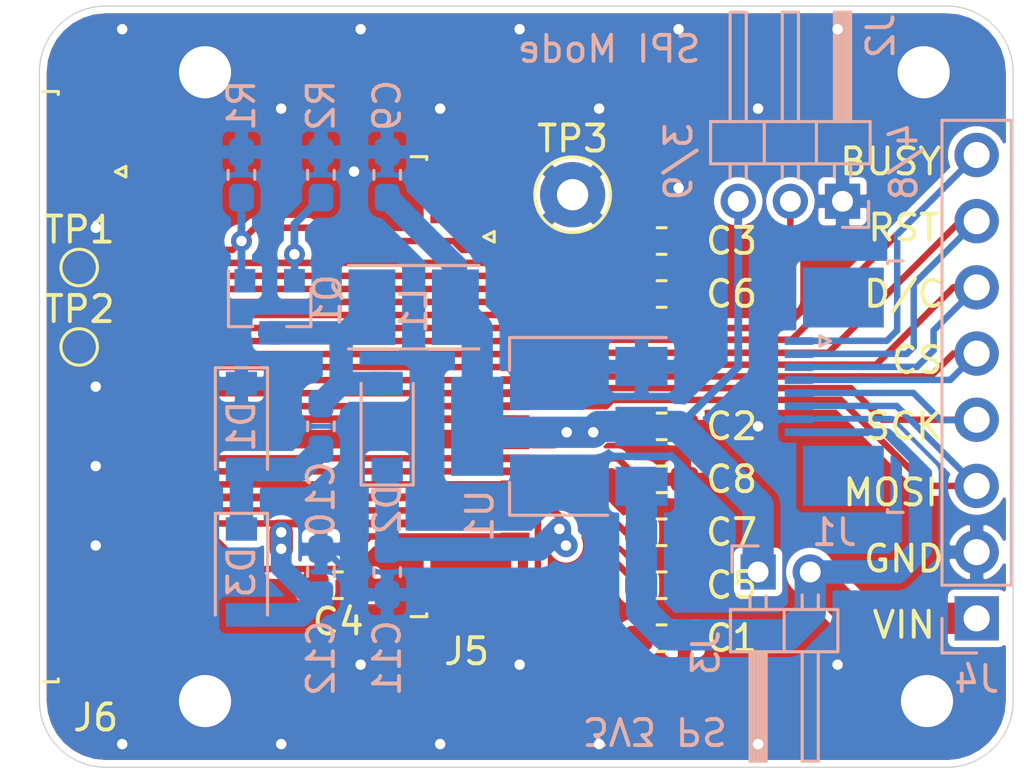
<source format=kicad_pcb>
(kicad_pcb (version 20171130) (host pcbnew "(5.1.6)-1")
  (layers (0 F.Cu signal) (31 B.Cu signal) (34 B.Paste user) (35 F.Paste user hide) (36 B.SilkS user) (37 F.SilkS user) (38 B.Mask user) (39 F.Mask user hide) (44 Edge.Cuts user))
  (net 0 "")
  (net 1 GND)
  (net 2 "Net-(C1-Pad1)")
  (net 3 +3V3)
  (net 4 "Net-(C3-Pad1)")
  (net 5 "Net-(C4-Pad1)")
  (net 6 "Net-(C5-Pad1)")
  (net 7 "Net-(C6-Pad1)")
  (net 8 "Net-(C7-Pad1)")
  (net 9 "Net-(C8-Pad1)")
  (net 10 "Net-(C10-Pad2)")
  (net 11 "Net-(C10-Pad1)")
  (net 12 /PREVGH)
  (net 13 /PREVGL)
  (net 14 /VIN)
  (net 15 /MOSI)
  (net 16 /SCK)
  (net 17 /CS)
  (net 18 /D\C)
  (net 19 /RST)
  (net 20 /BUSY)
  (net 21 /BS1)
  (net 22 "Net-(J5-Pad1)")
  (net 23 /GDR)
  (net 24 /RESE)
  (net 25 "Net-(J5-Pad6)")
  (net 26 "Net-(J5-Pad7)")
  (net 27 "Net-(J6-Pad1)")
  (net 28 "Net-(J6-Pad2)")
  (net 29 "Net-(J6-Pad3)")
  (net 30 "Net-(J6-Pad4)")
  (net 31 "Net-(J6-Pad5)")
  (net 32 "Net-(J6-Pad30)")
  (net 33 "Net-(J6-Pad31)")
  (net 34 "Net-(J6-Pad32)")
  (net 35 "Net-(J6-Pad33)")
  (net 36 "Net-(J6-Pad34)")
  (net 37 "Net-(J6-Pad6)")
  (module Resistor_SMD:R_0603_1608Metric_Pad1.05x0.95mm_HandSolder (layer B.Cu) (at 111.252 89.408 90)
    (fp_text reference R2 (at 2.667 0 90) (layer B.SilkS) (effects (justify mirror)))
    (fp_text value 0.47)
    (pad 2 smd roundrect (at 0.875 0 90) (size 1.05 0.95) (layers B.Cu B.Paste B.Mask) (net 1 GND))
    (pad 1 smd roundrect (at -0.875 0 90) (size 1.05 0.95) (layers B.Cu B.Paste B.Mask) (net 24 /RESE))
  )
  (module Resistor_SMD:R_0603_1608Metric_Pad1.05x0.95mm_HandSolder (layer B.Cu) (at 108.204 89.408 90)
    (fp_text reference R1 (at 2.667 0 90) (layer B.SilkS) (effects (justify mirror)))
    (fp_text value 100k)
    (pad 2 smd roundrect (at 0.875 0 90) (size 1.05 0.95) (layers B.Cu B.Paste B.Mask) (net 1 GND))
    (pad 1 smd roundrect (at -0.875 0 90) (size 1.05 0.95) (layers B.Cu B.Paste B.Mask) (net 23 /GDR))
  )
  (module Connector_PinHeader_2.54mm:PinHeader_1x08_P2.54mm_Vertical (layer B.Cu) (at 136.398 106.426)
    (fp_text reference J4 (at 0 2.33) (layer B.SilkS) (effects (justify mirror)))
    (fp_text value Conn_01x08)
    (pad 1 thru_hole rect (at 0 0) (size 1.7 1.7) (drill 1) (layers *.Cu *.Mask) (net 14 /VIN))
    (pad 2 thru_hole oval (at 0 -2.54) (size 1.7 1.7) (drill 1) (layers *.Cu *.Mask) (net 1 GND))
    (pad 3 thru_hole oval (at 0 -5.08) (size 1.7 1.7) (drill 1) (layers *.Cu *.Mask) (net 15 /MOSI))
    (pad 4 thru_hole oval (at 0 -7.62) (size 1.7 1.7) (drill 1) (layers *.Cu *.Mask) (net 16 /SCK))
    (pad 5 thru_hole oval (at 0 -10.16) (size 1.7 1.7) (drill 1) (layers *.Cu *.Mask) (net 17 /CS))
    (pad 6 thru_hole oval (at 0 -12.7) (size 1.7 1.7) (drill 1) (layers *.Cu *.Mask) (net 18 /D\C))
    (pad 7 thru_hole oval (at 0 -15.24) (size 1.7 1.7) (drill 1) (layers *.Cu *.Mask) (net 19 /RST))
    (pad 8 thru_hole oval (at 0 -17.78) (size 1.7 1.7) (drill 1) (layers *.Cu *.Mask) (net 20 /BUSY))
  )
  (module Capacitor_SMD:C_0603_1608Metric_Pad1.05x0.95mm_HandSolder (layer F.Cu) (at 124.319 107.188)
    (fp_text reference C1 (at 2.681 0) (layer F.SilkS))
    (fp_text value 1u)
    (pad 2 smd roundrect (at 0.875 0) (size 1.05 0.95) (layers F.Cu F.Paste F.Mask) (net 1 GND))
    (pad 1 smd roundrect (at -0.875 0) (size 1.05 0.95) (layers F.Cu F.Paste F.Mask) (net 2 "Net-(C1-Pad1)"))
  )
  (module Capacitor_SMD:C_0603_1608Metric_Pad1.05x0.95mm_HandSolder (layer F.Cu) (at 124.319 99.06)
    (fp_text reference C2 (at 2.681 0) (layer F.SilkS))
    (fp_text value 1u)
    (pad 2 smd roundrect (at 0.875 0) (size 1.05 0.95) (layers F.Cu F.Paste F.Mask) (net 1 GND))
    (pad 1 smd roundrect (at -0.875 0) (size 1.05 0.95) (layers F.Cu F.Paste F.Mask) (net 3 +3V3))
  )
  (module Capacitor_SMD:C_0603_1608Metric_Pad1.05x0.95mm_HandSolder (layer F.Cu) (at 124.319 91.948)
    (fp_text reference C3 (at 2.681 0) (layer F.SilkS))
    (fp_text value 1u)
    (pad 2 smd roundrect (at 0.875 0) (size 1.05 0.95) (layers F.Cu F.Paste F.Mask) (net 1 GND))
    (pad 1 smd roundrect (at -0.875 0) (size 1.05 0.95) (layers F.Cu F.Paste F.Mask) (net 4 "Net-(C3-Pad1)"))
  )
  (module Capacitor_SMD:C_0603_1608Metric_Pad1.05x0.95mm_HandSolder (layer F.Cu) (at 111.901 105.156)
    (fp_text reference C4 (at 0.014 1.397) (layer F.SilkS))
    (fp_text value 1u)
    (pad 1 smd roundrect (at -0.875 0) (size 1.05 0.95) (layers F.Cu F.Paste F.Mask) (net 5 "Net-(C4-Pad1)"))
    (pad 2 smd roundrect (at 0.875 0) (size 1.05 0.95) (layers F.Cu F.Paste F.Mask) (net 1 GND))
  )
  (module Capacitor_SMD:C_0603_1608Metric_Pad1.05x0.95mm_HandSolder (layer F.Cu) (at 124.319 105.156)
    (fp_text reference C5 (at 2.681 0) (layer F.SilkS))
    (fp_text value 1u)
    (pad 2 smd roundrect (at 0.875 0) (size 1.05 0.95) (layers F.Cu F.Paste F.Mask) (net 1 GND))
    (pad 1 smd roundrect (at -0.875 0) (size 1.05 0.95) (layers F.Cu F.Paste F.Mask) (net 6 "Net-(C5-Pad1)"))
  )
  (module Capacitor_SMD:C_0603_1608Metric_Pad1.05x0.95mm_HandSolder (layer F.Cu) (at 124.319 93.98)
    (fp_text reference C6 (at 2.681 0) (layer F.SilkS))
    (fp_text value 1u)
    (pad 1 smd roundrect (at -0.875 0) (size 1.05 0.95) (layers F.Cu F.Paste F.Mask) (net 7 "Net-(C6-Pad1)"))
    (pad 2 smd roundrect (at 0.875 0) (size 1.05 0.95) (layers F.Cu F.Paste F.Mask) (net 1 GND))
  )
  (module Capacitor_SMD:C_0603_1608Metric_Pad1.05x0.95mm_HandSolder (layer F.Cu) (at 124.319 103.124)
    (fp_text reference C7 (at 2.681 0) (layer F.SilkS))
    (fp_text value 1u)
    (pad 1 smd roundrect (at -0.875 0) (size 1.05 0.95) (layers F.Cu F.Paste F.Mask) (net 8 "Net-(C7-Pad1)"))
    (pad 2 smd roundrect (at 0.875 0) (size 1.05 0.95) (layers F.Cu F.Paste F.Mask) (net 1 GND))
  )
  (module Capacitor_SMD:C_0603_1608Metric_Pad1.05x0.95mm_HandSolder (layer F.Cu) (at 124.319 101.092)
    (fp_text reference C8 (at 2.681 0) (layer F.SilkS))
    (fp_text value 1u)
    (pad 1 smd roundrect (at -0.875 0) (size 1.05 0.95) (layers F.Cu F.Paste F.Mask) (net 9 "Net-(C8-Pad1)"))
    (pad 2 smd roundrect (at 0.875 0) (size 1.05 0.95) (layers F.Cu F.Paste F.Mask) (net 1 GND))
  )
  (module Capacitor_SMD:C_0603_1608Metric_Pad1.05x0.95mm_HandSolder (layer B.Cu) (at 113.792 89.408 90)
    (fp_text reference C9 (at 2.667 0 90) (layer B.SilkS) (effects (justify mirror)))
    (fp_text value 10u)
    (pad 2 smd roundrect (at 0.875 0 90) (size 1.05 0.95) (layers B.Cu B.Paste B.Mask) (net 1 GND))
    (pad 1 smd roundrect (at -0.875 0 90) (size 1.05 0.95) (layers B.Cu B.Paste B.Mask) (net 3 +3V3))
  )
  (module Capacitor_SMD:C_0603_1608Metric_Pad1.05x0.95mm_HandSolder (layer B.Cu) (at 111.252 99.06 270)
    (fp_text reference C10 (at 2.794 0 90) (layer B.SilkS) (effects (justify mirror)))
    (fp_text value 1u)
    (pad 2 smd roundrect (at 0.875 0 270) (size 1.05 0.95) (layers B.Cu B.Paste B.Mask) (net 10 "Net-(C10-Pad2)"))
    (pad 1 smd roundrect (at -0.875 0 270) (size 1.05 0.95) (layers B.Cu B.Paste B.Mask) (net 11 "Net-(C10-Pad1)"))
  )
  (module Capacitor_SMD:C_0603_1608Metric_Pad1.05x0.95mm_HandSolder (layer B.Cu) (at 113.792 104.648 270)
    (fp_text reference C11 (at 3.302 0 90) (layer B.SilkS) (effects (justify mirror)))
    (fp_text value 1u)
    (pad 1 smd roundrect (at -0.875 0 270) (size 1.05 0.95) (layers B.Cu B.Paste B.Mask) (net 12 /PREVGH))
    (pad 2 smd roundrect (at 0.875 0 270) (size 1.05 0.95) (layers B.Cu B.Paste B.Mask) (net 1 GND))
  )
  (module Capacitor_SMD:C_0603_1608Metric_Pad1.05x0.95mm_HandSolder (layer B.Cu) (at 111.252 104.648 270)
    (fp_text reference C12 (at 3.302 0 90) (layer B.SilkS) (effects (justify mirror)))
    (fp_text value 1u)
    (pad 2 smd roundrect (at 0.875 0 270) (size 1.05 0.95) (layers B.Cu B.Paste B.Mask) (net 13 /PREVGL))
    (pad 1 smd roundrect (at -0.875 0 270) (size 1.05 0.95) (layers B.Cu B.Paste B.Mask) (net 1 GND))
  )
  (module Diode_SMD:D_SOD-123 (layer B.Cu) (at 108.204 99.06 270)
    (fp_text reference D1 (at 0 0 90) (layer B.SilkS) (effects (justify mirror)))
    (fp_text value D)
    (pad 2 smd rect (at 1.65 0 270) (size 0.9 1.2) (layers B.Cu B.Paste B.Mask) (net 10 "Net-(C10-Pad2)"))
    (pad 1 smd rect (at -1.65 0 270) (size 0.9 1.2) (layers B.Cu B.Paste B.Mask) (net 1 GND))
  )
  (module Diode_SMD:D_SOD-123 (layer B.Cu) (at 113.792 99.06 90)
    (fp_text reference D2 (at -3.175 0 90) (layer B.SilkS) (effects (justify mirror)))
    (fp_text value D)
    (pad 1 smd rect (at -1.65 0 90) (size 0.9 1.2) (layers B.Cu B.Paste B.Mask) (net 12 /PREVGH))
    (pad 2 smd rect (at 1.65 0 90) (size 0.9 1.2) (layers B.Cu B.Paste B.Mask) (net 11 "Net-(C10-Pad1)"))
  )
  (module Diode_SMD:D_SOD-123 (layer B.Cu) (at 108.204 104.648 270)
    (fp_text reference D3 (at 0 0 90) (layer B.SilkS) (effects (justify mirror)))
    (fp_text value D)
    (pad 1 smd rect (at -1.65 0 270) (size 0.9 1.2) (layers B.Cu B.Paste B.Mask) (net 10 "Net-(C10-Pad2)"))
    (pad 2 smd rect (at 1.65 0 270) (size 0.9 1.2) (layers B.Cu B.Paste B.Mask) (net 13 /PREVGL))
  )
  (module Connector_FFC-FPC:TE_0-1734839-8_1x08-1MP_P0.5mm_Horizontal (layer B.Cu) (at 130.937 97.536 270)
    (fp_text reference J1 (at 5.588 0 180) (layer B.SilkS) (effects (justify mirror)))
    (fp_text value Conn_01x08)
    (pad 1 smd rect (at -1.75 1.35 270) (size 0.3 1.1) (layers B.Cu B.Paste B.Mask) (net 20 /BUSY))
    (pad 2 smd rect (at -1.25 1.35 270) (size 0.3 1.1) (layers B.Cu B.Paste B.Mask) (net 19 /RST))
    (pad 3 smd rect (at -0.75 1.35 270) (size 0.3 1.1) (layers B.Cu B.Paste B.Mask) (net 18 /D\C))
    (pad 4 smd rect (at -0.25 1.35 270) (size 0.3 1.1) (layers B.Cu B.Paste B.Mask) (net 17 /CS))
    (pad 5 smd rect (at 0.25 1.35 270) (size 0.3 1.1) (layers B.Cu B.Paste B.Mask) (net 16 /SCK))
    (pad 6 smd rect (at 0.75 1.35 270) (size 0.3 1.1) (layers B.Cu B.Paste B.Mask) (net 15 /MOSI))
    (pad 7 smd rect (at 1.25 1.35 270) (size 0.3 1.1) (layers B.Cu B.Paste B.Mask) (net 1 GND))
    (pad 8 smd rect (at 1.75 1.35 270) (size 0.3 1.1) (layers B.Cu B.Paste B.Mask) (net 14 /VIN))
    (pad MP smd rect (at -3.42 -0.35 270) (size 2.3 3.1) (layers B.Cu B.Paste B.Mask))
    (pad MP smd rect (at 3.42 -0.35 270) (size 2.3 3.1) (layers B.Cu B.Paste B.Mask))
  )
  (module Connector_PinHeader_2.00mm:PinHeader_1x03_P2.00mm_Horizontal (layer B.Cu) (at 131.254 90.424 90)
    (fp_text reference J2 (at 6.35 1.461 270) (layer B.SilkS) (effects (justify mirror)))
    (fp_text value Conn_01x03)
    (pad 1 thru_hole rect (at 0 0 90) (size 1.35 1.35) (drill 0.8) (layers *.Cu *.Mask) (net 1 GND))
    (pad 2 thru_hole oval (at 0 -2 90) (size 1.35 1.35) (drill 0.8) (layers *.Cu *.Mask) (net 21 /BS1))
    (pad 3 thru_hole oval (at 0 -4 90) (size 1.35 1.35) (drill 0.8) (layers *.Cu *.Mask) (net 3 +3V3))
  )
  (module Connector_PinHeader_2.00mm:PinHeader_1x02_P2.00mm_Horizontal (layer B.Cu) (at 128.016 104.648 270)
    (fp_text reference J3 (at 3.1 2 270) (layer B.SilkS) (effects (justify mirror)))
    (fp_text value Conn_01x02)
    (pad 1 thru_hole rect (at 0 0 270) (size 1.35 1.35) (drill 0.8) (layers *.Cu *.Mask) (net 3 +3V3))
    (pad 2 thru_hole oval (at 0 -2 270) (size 1.35 1.35) (drill 0.8) (layers *.Cu *.Mask) (net 14 /VIN))
  )
  (module Connector_FFC-FPC:TE_2-1734839-4_1x24-1MP_P0.5mm_Horizontal (layer F.Cu) (at 117.348 97.536 270)
    (fp_text reference J5 (at 10.16 0.508 180) (layer F.SilkS))
    (fp_text value Conn_01x24)
    (pad 1 smd rect (at -5.75 -1.35 270) (size 0.3 1.1) (layers F.Cu F.Paste F.Mask) (net 22 "Net-(J5-Pad1)"))
    (pad 2 smd rect (at -5.25 -1.35 270) (size 0.3 1.1) (layers F.Cu F.Paste F.Mask) (net 23 /GDR))
    (pad 3 smd rect (at -4.75 -1.35 270) (size 0.3 1.1) (layers F.Cu F.Paste F.Mask) (net 24 /RESE))
    (pad 4 smd rect (at -4.25 -1.35 270) (size 0.3 1.1) (layers F.Cu F.Paste F.Mask) (net 4 "Net-(C3-Pad1)"))
    (pad 5 smd rect (at -3.75 -1.35 270) (size 0.3 1.1) (layers F.Cu F.Paste F.Mask) (net 7 "Net-(C6-Pad1)"))
    (pad 6 smd rect (at -3.25 -1.35 270) (size 0.3 1.1) (layers F.Cu F.Paste F.Mask) (net 25 "Net-(J5-Pad6)"))
    (pad 7 smd rect (at -2.75 -1.35 270) (size 0.3 1.1) (layers F.Cu F.Paste F.Mask) (net 26 "Net-(J5-Pad7)"))
    (pad 8 smd rect (at -2.25 -1.35 270) (size 0.3 1.1) (layers F.Cu F.Paste F.Mask) (net 21 /BS1))
    (pad 9 smd rect (at -1.75 -1.35 270) (size 0.3 1.1) (layers F.Cu F.Paste F.Mask) (net 20 /BUSY))
    (pad 10 smd rect (at -1.25 -1.35 270) (size 0.3 1.1) (layers F.Cu F.Paste F.Mask) (net 19 /RST))
    (pad 11 smd rect (at -0.75 -1.35 270) (size 0.3 1.1) (layers F.Cu F.Paste F.Mask) (net 18 /D\C))
    (pad 12 smd rect (at -0.25 -1.35 270) (size 0.3 1.1) (layers F.Cu F.Paste F.Mask) (net 17 /CS))
    (pad 13 smd rect (at 0.25 -1.35 270) (size 0.3 1.1) (layers F.Cu F.Paste F.Mask) (net 16 /SCK))
    (pad 14 smd rect (at 0.75 -1.35 270) (size 0.3 1.1) (layers F.Cu F.Paste F.Mask) (net 15 /MOSI))
    (pad 15 smd rect (at 1.25 -1.35 270) (size 0.3 1.1) (layers F.Cu F.Paste F.Mask) (net 3 +3V3))
    (pad 16 smd rect (at 1.75 -1.35 270) (size 0.3 1.1) (layers F.Cu F.Paste F.Mask) (net 3 +3V3))
    (pad 17 smd rect (at 2.25 -1.35 270) (size 0.3 1.1) (layers F.Cu F.Paste F.Mask) (net 1 GND))
    (pad 18 smd rect (at 2.75 -1.35 270) (size 0.3 1.1) (layers F.Cu F.Paste F.Mask) (net 9 "Net-(C8-Pad1)"))
    (pad 19 smd rect (at 3.25 -1.35 270) (size 0.3 1.1) (layers F.Cu F.Paste F.Mask) (net 8 "Net-(C7-Pad1)"))
    (pad 20 smd rect (at 3.75 -1.35 270) (size 0.3 1.1) (layers F.Cu F.Paste F.Mask) (net 6 "Net-(C5-Pad1)"))
    (pad 21 smd rect (at 4.25 -1.35 270) (size 0.3 1.1) (layers F.Cu F.Paste F.Mask) (net 12 /PREVGH))
    (pad 22 smd rect (at 4.75 -1.35 270) (size 0.3 1.1) (layers F.Cu F.Paste F.Mask) (net 2 "Net-(C1-Pad1)"))
    (pad 23 smd rect (at 5.25 -1.35 270) (size 0.3 1.1) (layers F.Cu F.Paste F.Mask) (net 13 /PREVGL))
    (pad 24 smd rect (at 5.75 -1.35 270) (size 0.3 1.1) (layers F.Cu F.Paste F.Mask) (net 5 "Net-(C4-Pad1)"))
    (pad MP smd rect (at -7.42 0.35 270) (size 2.3 3.1) (layers F.Cu F.Paste F.Mask))
    (pad MP smd rect (at 7.42 0.35 270) (size 2.3 3.1) (layers F.Cu F.Paste F.Mask))
  )
  (module Connector_FFC-FPC:TE_3-1734839-4_1x34-1MP_P0.5mm_Horizontal (layer F.Cu) (at 103.22 97.536 270)
    (fp_text reference J6 (at 12.7 0.604 180) (layer F.SilkS))
    (fp_text value Conn_01x34)
    (pad MP smd rect (at 9.92 0.35 270) (size 2.3 3.1) (layers F.Cu F.Paste F.Mask))
    (pad MP smd rect (at -9.92 0.35 270) (size 2.3 3.1) (layers F.Cu F.Paste F.Mask))
    (pad 34 smd rect (at 8.25 -1.35 270) (size 0.3 1.1) (layers F.Cu F.Paste F.Mask) (net 36 "Net-(J6-Pad34)"))
    (pad 33 smd rect (at 7.75 -1.35 270) (size 0.3 1.1) (layers F.Cu F.Paste F.Mask) (net 35 "Net-(J6-Pad33)"))
    (pad 32 smd rect (at 7.25 -1.35 270) (size 0.3 1.1) (layers F.Cu F.Paste F.Mask) (net 34 "Net-(J6-Pad32)"))
    (pad 31 smd rect (at 6.75 -1.35 270) (size 0.3 1.1) (layers F.Cu F.Paste F.Mask) (net 33 "Net-(J6-Pad31)"))
    (pad 30 smd rect (at 6.25 -1.35 270) (size 0.3 1.1) (layers F.Cu F.Paste F.Mask) (net 32 "Net-(J6-Pad30)"))
    (pad 29 smd rect (at 5.75 -1.35 270) (size 0.3 1.1) (layers F.Cu F.Paste F.Mask) (net 5 "Net-(C4-Pad1)"))
    (pad 28 smd rect (at 5.25 -1.35 270) (size 0.3 1.1) (layers F.Cu F.Paste F.Mask) (net 13 /PREVGL))
    (pad 27 smd rect (at 4.75 -1.35 270) (size 0.3 1.1) (layers F.Cu F.Paste F.Mask) (net 2 "Net-(C1-Pad1)"))
    (pad 26 smd rect (at 4.25 -1.35 270) (size 0.3 1.1) (layers F.Cu F.Paste F.Mask) (net 12 /PREVGH))
    (pad 25 smd rect (at 3.75 -1.35 270) (size 0.3 1.1) (layers F.Cu F.Paste F.Mask) (net 6 "Net-(C5-Pad1)"))
    (pad 24 smd rect (at 3.25 -1.35 270) (size 0.3 1.1) (layers F.Cu F.Paste F.Mask) (net 8 "Net-(C7-Pad1)"))
    (pad 23 smd rect (at 2.75 -1.35 270) (size 0.3 1.1) (layers F.Cu F.Paste F.Mask) (net 9 "Net-(C8-Pad1)"))
    (pad 22 smd rect (at 2.25 -1.35 270) (size 0.3 1.1) (layers F.Cu F.Paste F.Mask) (net 1 GND))
    (pad 21 smd rect (at 1.75 -1.35 270) (size 0.3 1.1) (layers F.Cu F.Paste F.Mask) (net 3 +3V3))
    (pad 20 smd rect (at 1.25 -1.35 270) (size 0.3 1.1) (layers F.Cu F.Paste F.Mask) (net 3 +3V3))
    (pad 19 smd rect (at 0.75 -1.35 270) (size 0.3 1.1) (layers F.Cu F.Paste F.Mask) (net 15 /MOSI))
    (pad 18 smd rect (at 0.25 -1.35 270) (size 0.3 1.1) (layers F.Cu F.Paste F.Mask) (net 16 /SCK))
    (pad 17 smd rect (at -0.25 -1.35 270) (size 0.3 1.1) (layers F.Cu F.Paste F.Mask) (net 17 /CS))
    (pad 16 smd rect (at -0.75 -1.35 270) (size 0.3 1.1) (layers F.Cu F.Paste F.Mask) (net 18 /D\C))
    (pad 15 smd rect (at -1.25 -1.35 270) (size 0.3 1.1) (layers F.Cu F.Paste F.Mask) (net 19 /RST))
    (pad 14 smd rect (at -1.75 -1.35 270) (size 0.3 1.1) (layers F.Cu F.Paste F.Mask) (net 20 /BUSY))
    (pad 13 smd rect (at -2.25 -1.35 270) (size 0.3 1.1) (layers F.Cu F.Paste F.Mask) (net 21 /BS1))
    (pad 12 smd rect (at -2.75 -1.35 270) (size 0.3 1.1) (layers F.Cu F.Paste F.Mask) (net 26 "Net-(J5-Pad7)"))
    (pad 11 smd rect (at -3.25 -1.35 270) (size 0.3 1.1) (layers F.Cu F.Paste F.Mask) (net 25 "Net-(J5-Pad6)"))
    (pad 10 smd rect (at -3.75 -1.35 270) (size 0.3 1.1) (layers F.Cu F.Paste F.Mask) (net 7 "Net-(C6-Pad1)"))
    (pad 9 smd rect (at -4.25 -1.35 270) (size 0.3 1.1) (layers F.Cu F.Paste F.Mask) (net 4 "Net-(C3-Pad1)"))
    (pad 8 smd rect (at -4.75 -1.35 270) (size 0.3 1.1) (layers F.Cu F.Paste F.Mask) (net 24 /RESE))
    (pad 7 smd rect (at -5.25 -1.35 270) (size 0.3 1.1) (layers F.Cu F.Paste F.Mask) (net 23 /GDR))
    (pad 6 smd rect (at -5.75 -1.35 270) (size 0.3 1.1) (layers F.Cu F.Paste F.Mask) (net 37 "Net-(J6-Pad6)"))
    (pad 5 smd rect (at -6.25 -1.35 270) (size 0.3 1.1) (layers F.Cu F.Paste F.Mask) (net 31 "Net-(J6-Pad5)"))
    (pad 4 smd rect (at -6.75 -1.35 270) (size 0.3 1.1) (layers F.Cu F.Paste F.Mask) (net 30 "Net-(J6-Pad4)"))
    (pad 3 smd rect (at -7.25 -1.35 270) (size 0.3 1.1) (layers F.Cu F.Paste F.Mask) (net 29 "Net-(J6-Pad3)"))
    (pad 2 smd rect (at -7.75 -1.35 270) (size 0.3 1.1) (layers F.Cu F.Paste F.Mask) (net 28 "Net-(J6-Pad2)"))
    (pad 1 smd rect (at -8.25 -1.35 270) (size 0.3 1.1) (layers F.Cu F.Paste F.Mask) (net 27 "Net-(J6-Pad1)"))
  )
  (module Inductor_SMD:L_Taiyo-Yuden_NR-30xx_HandSoldering (layer B.Cu) (at 114.808 94.488 180)
    (fp_text reference L1 (at 0 -0.127 90) (layer B.SilkS) (effects (justify mirror)))
    (fp_text value 100u)
    (pad 1 smd rect (at -1.6 0 180) (size 1.8 2.9) (layers B.Cu B.Paste B.Mask) (net 3 +3V3))
    (pad 2 smd rect (at 1.6 0 180) (size 1.8 2.9) (layers B.Cu B.Paste B.Mask) (net 11 "Net-(C10-Pad1)"))
  )
  (module Package_TO_SOT_SMD:SOT-23 (layer B.Cu) (at 109.286 94.472 270)
    (fp_text reference Q1 (at -0.238 -2.22 270) (layer B.SilkS) (effects (justify mirror)))
    (fp_text value Q_NMOS_GSD)
    (pad 1 smd rect (at -1 0.95 270) (size 0.9 0.8) (layers B.Cu B.Paste B.Mask) (net 23 /GDR))
    (pad 2 smd rect (at -1 -0.95 270) (size 0.9 0.8) (layers B.Cu B.Paste B.Mask) (net 24 /RESE))
    (pad 3 smd rect (at 1 0 270) (size 0.9 0.8) (layers B.Cu B.Paste B.Mask) (net 11 "Net-(C10-Pad1)"))
  )
  (module TestPoint:TestPoint_Pad_D1.0mm (layer F.Cu) (at 101.981 92.964)
    (fp_text reference TP1 (at 0 -1.448) (layer F.SilkS))
    (fp_text value TestPoint)
    (pad 1 smd circle (at 0 0) (size 1 1) (layers F.Cu F.Mask) (net 25 "Net-(J5-Pad6)"))
  )
  (module TestPoint:TestPoint_Pad_D1.0mm (layer F.Cu) (at 101.981 96.012)
    (fp_text reference TP2 (at 0 -1.448) (layer F.SilkS))
    (fp_text value TestPoint)
    (pad 1 smd circle (at 0 0) (size 1 1) (layers F.Cu F.Mask) (net 26 "Net-(J5-Pad7)"))
  )
  (module TestPoint:TestPoint_THTPad_D2.5mm_Drill1.2mm (layer F.Cu) (at 120.904 90.17)
    (fp_text reference TP3 (at 0 -2.148) (layer F.SilkS))
    (fp_text value TestPoint)
    (pad 1 thru_hole circle (at 0 0) (size 2.5 2.5) (drill 1.2) (layers *.Cu *.Mask) (net 1 GND))
  )
  (module Package_TO_SOT_SMD:SOT-223 (layer B.Cu) (at 120.396 99.06 180)
    (fp_text reference U1 (at 3.048 -3.429 270) (layer B.SilkS) (effects (justify mirror)))
    (fp_text value AZ1117-3.3)
    (pad 4 smd rect (at 3.15 0 180) (size 2 3.8) (layers B.Cu B.Paste B.Mask))
    (pad 2 smd rect (at -3.15 0 180) (size 2 1.5) (layers B.Cu B.Paste B.Mask) (net 3 +3V3))
    (pad 3 smd rect (at -3.15 -2.3 180) (size 2 1.5) (layers B.Cu B.Paste B.Mask) (net 14 /VIN))
    (pad 1 smd rect (at -3.15 2.3 180) (size 2 1.5) (layers B.Cu B.Paste B.Mask) (net 1 GND))
  )
  (gr_text VIN (at 133.604 106.68) (layer F.SilkS) (effects (font (size 1 1))))
  (gr_text GND (at 133.604 104.14) (layer F.SilkS) (effects (font (size 1 1))))
  (gr_text MOSI (at 133.096 101.6) (layer F.SilkS) (effects (font (size 1 1))))
  (gr_text SCK (at 133.604 99.06) (layer F.SilkS) (effects (font (size 1 1))))
  (gr_text CS (at 134.112 96.52) (layer F.SilkS) (effects (font (size 1 1))))
  (gr_text D/C (at 133.604 93.98) (layer F.SilkS) (effects (font (size 1 1))))
  (gr_text RST (at 133.604 91.44) (layer F.SilkS) (effects (font (size 1 1))))
  (gr_text BUSY (at 133.096 88.9) (layer F.SilkS) (effects (font (size 1 1))))
  (gr_text "3V3 PS" (at 124.079 110.744 180) (layer B.SilkS) (effects (font (size 1 1)) (justify mirror)))
  (gr_text "SPI Mode" (at 122.301 84.582) (layer B.SilkS) (effects (font (size 1 1)) (justify mirror)))
  (gr_text 3/9 (at 124.968 88.9 90) (layer B.SilkS) (effects (font (size 1 1)) (justify mirror)))
  (gr_text 4/8 (at 133.604 88.9 90) (layer B.SilkS) (effects (font (size 1 1)) (justify mirror)))
  (gr_line (start 137.795 109.601) (end 137.795 85.471) (layer Edge.Cuts) (width 0.05))
  (gr_line (start 102.997 112.141) (end 135.255 112.141) (layer Edge.Cuts) (width 0.05))
  (gr_line (start 100.457 109.601) (end 100.457 85.471) (layer Edge.Cuts) (width 0.05))
  (gr_line (start 102.997 82.931) (end 135.255 82.931) (layer Edge.Cuts) (width 0.05))
  (gr_arc (start 135.255 109.601) (end 135.255 112.141) (angle -90) (layer Edge.Cuts) (width 0.05))
  (gr_arc (start 135.255 85.471) (end 137.795 85.471) (angle -90) (layer Edge.Cuts) (width 0.05))
  (gr_arc (start 102.997 109.601) (end 100.457 109.601) (angle -90) (layer Edge.Cuts) (width 0.05))
  (gr_arc (start 102.997 85.471) (end 102.997 82.931) (angle -90) (layer Edge.Cuts) (width 0.05))
  (via (at 124.968 89.916) (size 0.8) (drill 0.4) (layers F.Cu B.Cu) (net 1))
  (via (at 115.824 86.868) (size 0.8) (drill 0.4) (layers F.Cu B.Cu) (net 1))
  (via (at 121.92 86.868) (size 0.8) (drill 0.4) (layers F.Cu B.Cu) (net 1))
  (via (at 128.016 86.868) (size 0.8) (drill 0.4) (layers F.Cu B.Cu) (net 1))
  (via (at 112.776 83.82) (size 0.8) (drill 0.4) (layers F.Cu B.Cu) (net 1))
  (via (at 118.872 83.82) (size 0.8) (drill 0.4) (layers F.Cu B.Cu) (net 1))
  (via (at 124.968 83.82) (size 0.8) (drill 0.4) (layers F.Cu B.Cu) (net 1))
  (via (at 131.064 83.82) (size 0.8) (drill 0.4) (layers F.Cu B.Cu) (net 1))
  (via (at 112.522 89.281) (size 0.8) (drill 0.4) (layers F.Cu B.Cu) (net 1))
  (via (at 102.616 97.536) (size 0.8) (drill 0.4) (layers F.Cu B.Cu) (net 1))
  (via (at 102.616 100.584) (size 0.8) (drill 0.4) (layers F.Cu B.Cu) (net 1))
  (via (at 102.616 103.632) (size 0.8) (drill 0.4) (layers F.Cu B.Cu) (net 1))
  (via (at 102.616 91.44) (size 0.8) (drill 0.4) (layers F.Cu B.Cu) (net 1))
  (via (at 128.016 99.06) (size 0.8) (drill 0.4) (layers F.Cu B.Cu) (net 1))
  (via (at 128.016 111.252) (size 0.8) (drill 0.4) (layers F.Cu B.Cu) (net 1))
  (via (at 121.92 111.252) (size 0.8) (drill 0.4) (layers F.Cu B.Cu) (net 1))
  (via (at 115.824 111.252) (size 0.8) (drill 0.4) (layers F.Cu B.Cu) (net 1))
  (via (at 109.728 111.252) (size 0.8) (drill 0.4) (layers F.Cu B.Cu) (net 1))
  (via (at 103.632 83.82) (size 0.8) (drill 0.4) (layers F.Cu B.Cu) (net 1))
  (via (at 103.632 111.252) (size 0.8) (drill 0.4) (layers F.Cu B.Cu) (net 1))
  (via (at 112.776 108.204) (size 0.8) (drill 0.4) (layers F.Cu B.Cu) (net 1))
  (via (at 118.872 108.204) (size 0.8) (drill 0.4) (layers F.Cu B.Cu) (net 1))
  (via (at 131.064 108.204) (size 0.8) (drill 0.4) (layers F.Cu B.Cu) (net 1))
  (via (at 106.807 85.471) (size 3) (drill 2) (layers F.Cu B.Cu) (net 1))
  (via (at 134.366 85.471) (size 3) (drill 2) (layers F.Cu B.Cu) (net 1))
  (via (at 106.807 109.601) (size 3) (drill 2) (layers F.Cu B.Cu) (net 1))
  (via (at 134.493 109.601) (size 3) (drill 2) (layers F.Cu B.Cu) (net 1))
  (via (at 109.728 86.868) (size 0.8) (drill 0.4) (layers F.Cu B.Cu) (net 1))
  (segment (start 125.194 91.948) (end 125.194 93.98) (width 0.25) (layer F.Cu) (net 1))
  (segment (start 111.252 103.773) (end 111.393 103.773) (width 0.25) (layer B.Cu) (net 1))
  (segment (start 113.143 105.523) (end 113.792 105.523) (width 0.25) (layer B.Cu) (net 1))
  (segment (start 111.393 103.773) (end 113.143 105.523) (width 0.25) (layer B.Cu) (net 1))
  (segment (start 118.698 102.286) (end 104.57 102.286) (width 0.25) (layer F.Cu) (net 2))
  (segment (start 119.483002 102.286) (end 118.698 102.286) (width 0.25) (layer F.Cu) (net 2))
  (segment (start 119.573001 102.375999) (end 119.483002 102.286) (width 0.25) (layer F.Cu) (net 2))
  (segment (start 119.573001 104.841001) (end 119.573001 102.375999) (width 0.25) (layer F.Cu) (net 2))
  (segment (start 121.92 107.188) (end 119.573001 104.841001) (width 0.25) (layer F.Cu) (net 2))
  (segment (start 123.444 107.188) (end 121.92 107.188) (width 0.25) (layer F.Cu) (net 2))
  (segment (start 122.71 99.286) (end 122.936 99.06) (width 0.3) (layer F.Cu) (net 3))
  (segment (start 122.71 99.286) (end 121.694 99.286) (width 0.3) (layer F.Cu) (net 3))
  (via (at 120.678 99.286) (size 0.8) (drill 0.4) (layers F.Cu B.Cu) (net 3))
  (via (at 121.694 99.286) (size 0.8) (drill 0.4) (layers F.Cu B.Cu) (net 3))
  (segment (start 104.57 98.786) (end 118.698 98.786) (width 0.3) (layer F.Cu) (net 3))
  (segment (start 118.698 99.286) (end 118.698 98.786) (width 0.3) (layer F.Cu) (net 3))
  (segment (start 104.57 99.286) (end 104.57 98.786) (width 0.3) (layer F.Cu) (net 3))
  (segment (start 121.92 99.06) (end 121.694 99.286) (width 1.2) (layer B.Cu) (net 3))
  (segment (start 123.546 99.06) (end 121.92 99.06) (width 1.2) (layer B.Cu) (net 3))
  (segment (start 117.246 95.326) (end 116.408 94.488) (width 1.2) (layer B.Cu) (net 3))
  (segment (start 117.246 99.06) (end 117.246 95.326) (width 1.2) (layer B.Cu) (net 3))
  (segment (start 118.698 99.286) (end 120.678 99.286) (width 0.25) (layer F.Cu) (net 3))
  (segment (start 120.678 99.286) (end 121.694 99.286) (width 0.3) (layer F.Cu) (net 3))
  (segment (start 117.472 99.286) (end 117.246 99.06) (width 1.2) (layer B.Cu) (net 3))
  (segment (start 121.694 99.286) (end 117.472 99.286) (width 1.2) (layer B.Cu) (net 3))
  (segment (start 123.546 99.06) (end 124.968 99.06) (width 1.2) (layer B.Cu) (net 3))
  (segment (start 128.016 102.108) (end 128.016 104.648) (width 1.2) (layer B.Cu) (net 3))
  (segment (start 124.968 99.06) (end 128.016 102.108) (width 1.2) (layer B.Cu) (net 3))
  (segment (start 127.254 96.774) (end 124.968 99.06) (width 0.3) (layer B.Cu) (net 3))
  (segment (start 127.254 90.424) (end 127.254 96.774) (width 0.3) (layer B.Cu) (net 3))
  (segment (start 116.408 92.899) (end 113.792 90.283) (width 0.9) (layer B.Cu) (net 3))
  (segment (start 116.408 94.488) (end 116.408 92.899) (width 0.9) (layer B.Cu) (net 3))
  (segment (start 104.97 93.286) (end 118.698 93.286) (width 0.25) (layer F.Cu) (net 4))
  (segment (start 104.57 93.286) (end 104.97 93.286) (width 0.25) (layer F.Cu) (net 4))
  (segment (start 122.106 93.286) (end 118.698 93.286) (width 0.25) (layer F.Cu) (net 4))
  (segment (start 123.444 91.948) (end 122.106 93.286) (width 0.25) (layer F.Cu) (net 4))
  (segment (start 104.57 103.286) (end 104.994 103.286) (width 0.25) (layer F.Cu) (net 5))
  (segment (start 119.034 103.286) (end 118.698 103.286) (width 0.25) (layer F.Cu) (net 5))
  (segment (start 104.57 103.286) (end 107.096 103.286) (width 0.25) (layer F.Cu) (net 5))
  (segment (start 107.096 103.286) (end 108.34401 104.53401) (width 0.25) (layer F.Cu) (net 5))
  (segment (start 113.122 103.286) (end 118.698 103.286) (width 0.25) (layer F.Cu) (net 5))
  (segment (start 111.87399 104.53401) (end 113.122 103.286) (width 0.25) (layer F.Cu) (net 5))
  (segment (start 110.998 105.156) (end 110.998 104.902) (width 0.9) (layer F.Cu) (net 5))
  (segment (start 111.252 104.67402) (end 111.11199 104.53401) (width 0.25) (layer F.Cu) (net 5))
  (segment (start 111.252 105.156) (end 111.252 104.67402) (width 0.25) (layer F.Cu) (net 5))
  (segment (start 108.34401 104.53401) (end 111.11199 104.53401) (width 0.25) (layer F.Cu) (net 5))
  (segment (start 111.11199 104.53401) (end 111.87399 104.53401) (width 0.25) (layer F.Cu) (net 5))
  (segment (start 119.533 101.286) (end 118.698 101.286) (width 0.25) (layer F.Cu) (net 6))
  (segment (start 122.275 103.673) (end 119.888 101.286) (width 0.25) (layer F.Cu) (net 6))
  (segment (start 104.57 101.286) (end 118.698 101.286) (width 0.25) (layer F.Cu) (net 6))
  (segment (start 122.275 103.987) (end 123.444 105.156) (width 0.25) (layer F.Cu) (net 6))
  (segment (start 122.275 103.673) (end 122.275 103.987) (width 0.25) (layer F.Cu) (net 6))
  (segment (start 119.888 101.286) (end 119.533 101.286) (width 0.25) (layer F.Cu) (net 6))
  (segment (start 104.962 93.786) (end 118.698 93.786) (width 0.25) (layer F.Cu) (net 7))
  (segment (start 104.57 93.786) (end 104.962 93.786) (width 0.25) (layer F.Cu) (net 7))
  (segment (start 123.25 93.786) (end 123.444 93.98) (width 0.25) (layer F.Cu) (net 7))
  (segment (start 118.698 93.786) (end 123.25 93.786) (width 0.25) (layer F.Cu) (net 7))
  (segment (start 123.444 103.124) (end 122.936 103.124) (width 0.25) (layer F.Cu) (net 8))
  (segment (start 120.598 100.786) (end 118.698 100.786) (width 0.25) (layer F.Cu) (net 8))
  (segment (start 122.936 103.124) (end 120.598 100.786) (width 0.25) (layer F.Cu) (net 8))
  (segment (start 118.698 100.786) (end 104.57 100.786) (width 0.25) (layer F.Cu) (net 8))
  (segment (start 122.638 100.286) (end 118.698 100.286) (width 0.25) (layer F.Cu) (net 9))
  (segment (start 123.444 101.092) (end 122.638 100.286) (width 0.25) (layer F.Cu) (net 9))
  (segment (start 104.57 100.286) (end 118.698 100.286) (width 0.25) (layer F.Cu) (net 9))
  (segment (start 108.204 100.71) (end 108.204 102.998) (width 0.9) (layer B.Cu) (net 10))
  (segment (start 110.477 100.71) (end 111.252 99.935) (width 0.9) (layer B.Cu) (net 10))
  (segment (start 108.204 100.71) (end 110.477 100.71) (width 0.9) (layer B.Cu) (net 10))
  (segment (start 112.224 95.472) (end 113.208 94.488) (width 0.25) (layer B.Cu) (net 11))
  (segment (start 109.286 95.472) (end 112.224 95.472) (width 0.9) (layer B.Cu) (net 11))
  (segment (start 112.027 97.41) (end 111.252 98.185) (width 0.9) (layer B.Cu) (net 11))
  (segment (start 113.792 97.41) (end 112.027 97.41) (width 0.9) (layer B.Cu) (net 11))
  (segment (start 112.027 95.669) (end 113.208 94.488) (width 0.9) (layer B.Cu) (net 11))
  (segment (start 112.027 97.41) (end 112.027 95.669) (width 0.9) (layer B.Cu) (net 11))
  (segment (start 104.97 101.786) (end 118.698 101.786) (width 0.3) (layer F.Cu) (net 12))
  (segment (start 104.57 101.786) (end 104.97 101.786) (width 0.25) (layer F.Cu) (net 12))
  (segment (start 118.698 101.786) (end 118.698 101.774) (width 0.25) (layer F.Cu) (net 12))
  (segment (start 118.698 101.774) (end 118.710999 101.761001) (width 0.25) (layer F.Cu) (net 12))
  (segment (start 120.904 103.632) (end 120.904 103.632) (width 0.25) (layer F.Cu) (net 12))
  (via (at 120.396 102.997) (size 0.8) (drill 0.4) (layers F.Cu B.Cu) (net 12))
  (segment (start 113.933 103.632) (end 113.792 103.773) (width 0.25) (layer B.Cu) (net 12))
  (segment (start 113.792 100.71) (end 113.792 103.773) (width 0.9) (layer B.Cu) (net 12))
  (via (at 120.65 103.632) (size 0.8) (drill 0.4) (layers F.Cu B.Cu) (net 12))
  (segment (start 118.698 101.786) (end 119.654767 101.786) (width 0.3) (layer F.Cu) (net 12))
  (segment (start 120.396 102.527233) (end 120.396 102.997) (width 0.3) (layer F.Cu) (net 12))
  (segment (start 119.654767 101.786) (end 120.396 102.527233) (width 0.3) (layer F.Cu) (net 12))
  (segment (start 119.62 103.773) (end 120.396 102.997) (width 0.9) (layer B.Cu) (net 12))
  (segment (start 113.792 103.773) (end 119.62 103.773) (width 0.9) (layer B.Cu) (net 12))
  (segment (start 120.396 103.378) (end 120.65 103.632) (width 0.9) (layer B.Cu) (net 12))
  (segment (start 120.396 102.997) (end 120.396 103.378) (width 0.9) (layer B.Cu) (net 12))
  (segment (start 104.57 102.786) (end 104.57 102.761001) (width 0.25) (layer F.Cu) (net 13))
  (segment (start 104.57 102.786) (end 104.986 102.786) (width 0.25) (layer F.Cu) (net 13))
  (segment (start 110.477 106.298) (end 111.252 105.523) (width 0.9) (layer B.Cu) (net 13))
  (segment (start 108.204 106.298) (end 110.477 106.298) (width 0.9) (layer B.Cu) (net 13))
  (segment (start 109.728 102.956) (end 109.558 102.786) (width 0.25) (layer F.Cu) (net 13))
  (segment (start 104.986 102.786) (end 109.558 102.786) (width 0.25) (layer F.Cu) (net 13))
  (segment (start 109.558 102.786) (end 118.698 102.786) (width 0.3) (layer F.Cu) (net 13))
  (via (at 109.728 103.759) (size 0.8) (drill 0.4) (layers F.Cu B.Cu) (net 13))
  (via (at 109.728 103.124) (size 0.8) (drill 0.4) (layers F.Cu B.Cu) (net 13))
  (segment (start 110.926315 105.523) (end 111.252 105.523) (width 0.9) (layer B.Cu) (net 13))
  (segment (start 110.777 105.523) (end 111.252 105.523) (width 0.8) (layer B.Cu) (net 13))
  (segment (start 109.728 104.474) (end 110.777 105.523) (width 0.8) (layer B.Cu) (net 13))
  (segment (start 109.728 103.124) (end 109.728 104.474) (width 0.8) (layer B.Cu) (net 13))
  (segment (start 109.728 103.124) (end 109.728 103.759) (width 0.9) (layer F.Cu) (net 13))
  (segment (start 131.794 106.426) (end 130.016 104.648) (width 1.2) (layer F.Cu) (net 14))
  (segment (start 136.398 106.426) (end 131.794 106.426) (width 1.2) (layer F.Cu) (net 14))
  (segment (start 123.546 101.36) (end 123.546 106.147) (width 1.2) (layer B.Cu) (net 14))
  (segment (start 123.546 106.147) (end 124.46 107.061) (width 1.2) (layer B.Cu) (net 14))
  (segment (start 124.46 107.061) (end 129.159 107.061) (width 1.2) (layer B.Cu) (net 14))
  (segment (start 130.016 106.204) (end 130.016 104.648) (width 1.2) (layer B.Cu) (net 14))
  (segment (start 129.159 107.061) (end 130.016 106.204) (width 1.2) (layer B.Cu) (net 14))
  (segment (start 134.493 101.727) (end 134.239 101.981) (width 0.25) (layer B.Cu) (net 14))
  (segment (start 134.493 100.838) (end 134.493 101.727) (width 0.39) (layer B.Cu) (net 14))
  (segment (start 134.239 101.981) (end 134.239 101.092) (width 0.9) (layer B.Cu) (net 14))
  (segment (start 133.985 100.33) (end 134.493 100.838) (width 0.39) (layer B.Cu) (net 14))
  (segment (start 133.985 101.727) (end 134.239 101.981) (width 0.25) (layer B.Cu) (net 14))
  (segment (start 133.985 100.33) (end 133.985 101.727) (width 0.39) (layer B.Cu) (net 14))
  (segment (start 133.2865 99.6315) (end 133.985 100.33) (width 0.39) (layer B.Cu) (net 14))
  (segment (start 133.35 104.648) (end 134.239 103.759) (width 0.9) (layer B.Cu) (net 14))
  (segment (start 130.016 104.648) (end 133.35 104.648) (width 0.9) (layer B.Cu) (net 14))
  (segment (start 134.239 103.759) (end 134.239 101.981) (width 0.9) (layer B.Cu) (net 14))
  (segment (start 132.992 99.337) (end 133.2865 99.6315) (width 0.39) (layer B.Cu) (net 14))
  (segment (start 132.941 99.286) (end 132.992 99.337) (width 0.3) (layer B.Cu) (net 14))
  (segment (start 129.587 99.286) (end 132.941 99.286) (width 0.3) (layer B.Cu) (net 14))
  (segment (start 104.89 98.286) (end 118.698 98.286) (width 0.25) (layer F.Cu) (net 15))
  (segment (start 104.57 98.286) (end 104.89 98.286) (width 0.25) (layer F.Cu) (net 15))
  (segment (start 122.428 98.044) (end 122.186 98.286) (width 0.25) (layer F.Cu) (net 15))
  (segment (start 122.186 98.286) (end 118.698 98.286) (width 0.25) (layer F.Cu) (net 15))
  (segment (start 131.185 98.044) (end 122.428 98.044) (width 0.25) (layer F.Cu) (net 15))
  (segment (start 136.398 101.346) (end 134.487 101.346) (width 0.25) (layer F.Cu) (net 15))
  (segment (start 134.487 101.346) (end 131.185 98.044) (width 0.25) (layer F.Cu) (net 15))
  (segment (start 129.596 98.277) (end 129.587 98.286) (width 0.25) (layer B.Cu) (net 15))
  (segment (start 136.398 101.346) (end 133.329 98.277) (width 0.25) (layer B.Cu) (net 15))
  (segment (start 133.329 98.277) (end 129.596 98.277) (width 0.25) (layer B.Cu) (net 15))
  (segment (start 118.698 97.786) (end 104.57 97.786) (width 0.25) (layer F.Cu) (net 16))
  (segment (start 121.67 97.786) (end 118.698 97.786) (width 0.25) (layer F.Cu) (net 16))
  (segment (start 121.862009 97.593991) (end 121.67 97.786) (width 0.25) (layer F.Cu) (net 16))
  (segment (start 131.572 97.593991) (end 121.862009 97.593991) (width 0.25) (layer F.Cu) (net 16))
  (segment (start 136.398 98.806) (end 132.784009 98.806) (width 0.25) (layer F.Cu) (net 16))
  (segment (start 132.784009 98.806) (end 131.572 97.593991) (width 0.25) (layer F.Cu) (net 16))
  (segment (start 129.596 97.777) (end 129.587 97.786) (width 0.25) (layer B.Cu) (net 16))
  (segment (start 133.972 97.777) (end 129.596 97.777) (width 0.25) (layer B.Cu) (net 16))
  (segment (start 135.014 98.819) (end 133.972 97.777) (width 0.25) (layer B.Cu) (net 16))
  (segment (start 136.398 98.806) (end 136.385 98.819) (width 0.25) (layer B.Cu) (net 16))
  (segment (start 136.385 98.819) (end 135.014 98.819) (width 0.25) (layer B.Cu) (net 16))
  (segment (start 119.483002 97.286) (end 118.698 97.286) (width 0.25) (layer F.Cu) (net 17))
  (segment (start 104.57 97.286) (end 119.483002 97.286) (width 0.25) (layer F.Cu) (net 17))
  (segment (start 121.296018 97.143982) (end 121.154 97.286) (width 0.25) (layer F.Cu) (net 17))
  (segment (start 121.154 97.286) (end 119.483002 97.286) (width 0.25) (layer F.Cu) (net 17))
  (segment (start 135.387 97.277) (end 136.398 96.266) (width 0.25) (layer B.Cu) (net 17))
  (segment (start 131.941982 97.143982) (end 134.631018 97.143982) (width 0.25) (layer F.Cu) (net 17))
  (segment (start 131.941982 97.143982) (end 132.08 97.143982) (width 0.25) (layer F.Cu) (net 17))
  (segment (start 121.296018 97.143982) (end 131.941982 97.143982) (width 0.25) (layer F.Cu) (net 17))
  (segment (start 135.509 96.266) (end 136.398 96.266) (width 0.25) (layer F.Cu) (net 17))
  (segment (start 134.631018 97.143982) (end 135.509 96.266) (width 0.25) (layer F.Cu) (net 17))
  (segment (start 129.596 97.277) (end 129.587 97.286) (width 0.25) (layer B.Cu) (net 17))
  (segment (start 132.847 97.277) (end 129.596 97.277) (width 0.25) (layer B.Cu) (net 17))
  (segment (start 132.847 97.277) (end 135.387 97.277) (width 0.25) (layer B.Cu) (net 17))
  (segment (start 132.668 97.277) (end 132.847 97.277) (width 0.25) (layer B.Cu) (net 17))
  (segment (start 104.914 96.786) (end 118.698 96.786) (width 0.25) (layer F.Cu) (net 18))
  (segment (start 104.57 96.786) (end 104.914 96.786) (width 0.25) (layer F.Cu) (net 18))
  (segment (start 120.396 96.786) (end 120.488028 96.693972) (width 0.25) (layer F.Cu) (net 18))
  (segment (start 118.698 96.786) (end 120.396 96.786) (width 0.25) (layer F.Cu) (net 18))
  (segment (start 120.488028 96.693972) (end 131.271028 96.693972) (width 0.25) (layer F.Cu) (net 18))
  (segment (start 135.509 93.726) (end 136.398 93.726) (width 0.25) (layer F.Cu) (net 18))
  (segment (start 131.271028 96.693972) (end 132.541028 96.693972) (width 0.25) (layer F.Cu) (net 18))
  (segment (start 132.541028 96.693972) (end 135.509 93.726) (width 0.25) (layer F.Cu) (net 18))
  (segment (start 129.596 96.777) (end 129.587 96.786) (width 0.25) (layer B.Cu) (net 18))
  (segment (start 134.109 96.777) (end 129.596 96.777) (width 0.25) (layer B.Cu) (net 18))
  (segment (start 136.398 93.726) (end 134.747 95.377) (width 0.25) (layer B.Cu) (net 18))
  (segment (start 134.747 96.139) (end 134.109 96.777) (width 0.25) (layer B.Cu) (net 18))
  (segment (start 134.747 95.377) (end 134.747 96.139) (width 0.25) (layer B.Cu) (net 18))
  (segment (start 118.698 96.286) (end 104.57 96.286) (width 0.25) (layer F.Cu) (net 19))
  (segment (start 119.866982 96.243963) (end 119.824945 96.286) (width 0.25) (layer F.Cu) (net 19))
  (segment (start 118.698 96.286) (end 119.824945 96.286) (width 0.25) (layer F.Cu) (net 19))
  (segment (start 119.874935 96.23601) (end 119.824945 96.286) (width 0.25) (layer F.Cu) (net 19))
  (segment (start 136.398 91.186) (end 135.763 91.186) (width 0.25) (layer F.Cu) (net 19))
  (segment (start 135.763 91.186) (end 130.71299 96.23601) (width 0.25) (layer F.Cu) (net 19))
  (segment (start 130.71299 96.23601) (end 129.95099 96.23601) (width 0.25) (layer F.Cu) (net 19))
  (segment (start 129.95099 96.23601) (end 119.874935 96.23601) (width 0.25) (layer F.Cu) (net 19))
  (segment (start 133.72 96.277) (end 129.596 96.277) (width 0.25) (layer B.Cu) (net 19))
  (segment (start 133.985 96.012) (end 133.72 96.277) (width 0.25) (layer B.Cu) (net 19))
  (segment (start 136.398 91.186) (end 133.985 93.599) (width 0.25) (layer B.Cu) (net 19))
  (segment (start 129.596 96.277) (end 129.587 96.286) (width 0.25) (layer B.Cu) (net 19))
  (segment (start 133.985 93.599) (end 133.985 96.012) (width 0.25) (layer B.Cu) (net 19))
  (segment (start 104.93 95.786) (end 118.698 95.786) (width 0.25) (layer F.Cu) (net 20))
  (segment (start 104.57 95.786) (end 104.93 95.786) (width 0.25) (layer F.Cu) (net 20))
  (segment (start 119.5195 95.786) (end 119.5445 95.761) (width 0.25) (layer F.Cu) (net 20))
  (segment (start 136.398 88.646) (end 129.30799 95.73601) (width 0.25) (layer F.Cu) (net 20))
  (segment (start 119.56949 95.73601) (end 119.5195 95.786) (width 0.25) (layer F.Cu) (net 20))
  (segment (start 129.30799 95.73601) (end 119.56949 95.73601) (width 0.25) (layer F.Cu) (net 20))
  (segment (start 118.773 95.786) (end 119.5195 95.786) (width 0.25) (layer F.Cu) (net 20))
  (segment (start 118.698 95.786) (end 118.773 95.786) (width 0.25) (layer F.Cu) (net 20))
  (segment (start 129.596 95.777) (end 129.587 95.786) (width 0.25) (layer B.Cu) (net 20))
  (segment (start 132.95 95.777) (end 129.596 95.777) (width 0.25) (layer B.Cu) (net 20))
  (segment (start 136.398 88.646) (end 133.35 91.694) (width 0.25) (layer B.Cu) (net 20))
  (segment (start 133.35 95.377) (end 132.95 95.777) (width 0.25) (layer B.Cu) (net 20))
  (segment (start 133.35 91.694) (end 133.35 95.377) (width 0.25) (layer B.Cu) (net 20))
  (segment (start 118.698 95.286) (end 104.57 95.286) (width 0.25) (layer F.Cu) (net 21))
  (segment (start 119.67 95.286) (end 119.598 95.286) (width 0.25) (layer F.Cu) (net 21))
  (segment (start 119.598 95.286) (end 118.698 95.286) (width 0.25) (layer F.Cu) (net 21))
  (segment (start 119.598 95.286) (end 128.202 95.286) (width 0.25) (layer F.Cu) (net 21))
  (segment (start 129.254 94.234) (end 128.202 95.286) (width 0.25) (layer F.Cu) (net 21))
  (segment (start 129.254 92.837) (end 129.254 94.234) (width 0.25) (layer F.Cu) (net 21))
  (segment (start 129.254 92.837) (end 129.254 90.424) (width 0.25) (layer F.Cu) (net 21))
  (segment (start 108.204 90.424) (end 108.204 91.948) (width 0.25) (layer B.Cu) (net 23))
  (via (at 108.204 91.948) (size 0.8) (drill 0.4) (layers F.Cu B.Cu) (net 23))
  (segment (start 107.866 92.286) (end 108.204 91.948) (width 0.25) (layer F.Cu) (net 23))
  (segment (start 104.57 92.286) (end 107.866 92.286) (width 0.25) (layer F.Cu) (net 23))
  (segment (start 108.421001 91.730999) (end 108.204 91.948) (width 0.25) (layer F.Cu) (net 23))
  (segment (start 116.67 92.286) (end 118.698 92.286) (width 0.25) (layer F.Cu) (net 23))
  (segment (start 108.204 91.948) (end 108.712 91.44) (width 0.25) (layer F.Cu) (net 23))
  (segment (start 111.252 91.948) (end 116.332 91.948) (width 0.25) (layer F.Cu) (net 23))
  (segment (start 110.744 91.44) (end 111.252 91.948) (width 0.25) (layer F.Cu) (net 23))
  (segment (start 108.712 91.44) (end 110.744 91.44) (width 0.25) (layer F.Cu) (net 23))
  (segment (start 116.332 91.948) (end 116.67 92.286) (width 0.25) (layer F.Cu) (net 23))
  (segment (start 108.204 91.948) (end 108.204 90.283) (width 0.3) (layer B.Cu) (net 23))
  (segment (start 108.204 93.34) (end 108.336 93.472) (width 0.3) (layer B.Cu) (net 23))
  (segment (start 108.204 91.948) (end 108.204 93.34) (width 0.3) (layer B.Cu) (net 23))
  (segment (start 104.57 92.786) (end 104.978 92.786) (width 0.25) (layer F.Cu) (net 24))
  (via (at 110.236 92.456) (size 0.8) (drill 0.4) (layers F.Cu B.Cu) (net 24))
  (segment (start 110.236 92.608) (end 110.058 92.786) (width 0.25) (layer F.Cu) (net 24))
  (segment (start 104.978 92.786) (end 110.058 92.786) (width 0.25) (layer F.Cu) (net 24))
  (segment (start 110.236 92.456) (end 110.236 92.608) (width 0.25) (layer F.Cu) (net 24))
  (segment (start 110.058 92.786) (end 118.698 92.786) (width 0.25) (layer F.Cu) (net 24))
  (segment (start 110.236 93.472) (end 110.236 92.456) (width 0.3) (layer B.Cu) (net 24))
  (segment (start 110.236 91.299) (end 111.252 90.283) (width 0.3) (layer B.Cu) (net 24))
  (segment (start 110.236 92.456) (end 110.236 91.299) (width 0.3) (layer B.Cu) (net 24))
  (segment (start 104.85 94.286) (end 118.698 94.286) (width 0.25) (layer F.Cu) (net 25))
  (segment (start 104.57 94.286) (end 104.85 94.286) (width 0.25) (layer F.Cu) (net 25))
  (segment (start 103.303 94.286) (end 101.981 92.964) (width 0.25) (layer F.Cu) (net 25))
  (segment (start 103.303 94.286) (end 104.57 94.286) (width 0.25) (layer F.Cu) (net 25))
  (segment (start 104.946 94.786) (end 118.698 94.786) (width 0.25) (layer F.Cu) (net 26))
  (segment (start 104.57 94.786) (end 104.946 94.786) (width 0.25) (layer F.Cu) (net 26))
  (segment (start 103.207 94.786) (end 101.981 96.012) (width 0.25) (layer F.Cu) (net 26))
  (segment (start 103.969 94.786) (end 104.57 94.786) (width 0.25) (layer F.Cu) (net 26))
  (segment (start 103.207 94.786) (end 103.969 94.786) (width 0.25) (layer F.Cu) (net 26))
  (zone (net 1) (net_name GND) (layer F.Cu) (connect_pads (clearance 0.254)) (min_thickness 0.127) (fill yes (arc_segments 32) (thermal_gap 0.254) (thermal_bridge_width 0.508))
    (polygon (pts (xy 137.795 112.141) (xy 100.457 112.141) (xy 100.457 82.931) (xy 137.795 82.931)))
  )
  (zone (net 1) (net_name GND) (layer B.Cu) (connect_pads (clearance 0.254)) (min_thickness 0.127) (fill yes (arc_segments 32) (thermal_gap 0.254) (thermal_bridge_width 0.508))
    (polygon (pts (xy 137.795 112.141) (xy 100.457 112.141) (xy 100.457 82.931) (xy 137.795 82.931)))
  )
)
</source>
